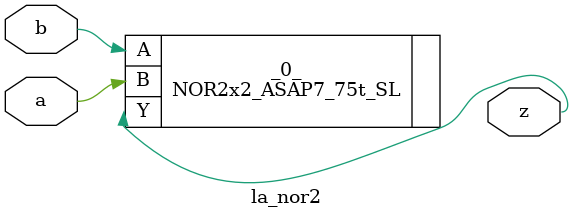
<source format=v>

/* Generated by Yosys 0.44 (git sha1 80ba43d26, g++ 11.4.0-1ubuntu1~22.04 -fPIC -O3) */

(* top =  1  *)
(* src = "inputs/la_nor2.v:10.1-20.10" *)
module la_nor2 (
    a,
    b,
    z
);
  (* src = "inputs/la_nor2.v:13.12-13.13" *)
  input a;
  wire a;
  (* src = "inputs/la_nor2.v:14.12-14.13" *)
  input b;
  wire b;
  (* src = "inputs/la_nor2.v:15.12-15.13" *)
  output z;
  wire z;
  NOR2x2_ASAP7_75t_SL _0_ (
      .A(b),
      .B(a),
      .Y(z)
  );
endmodule

</source>
